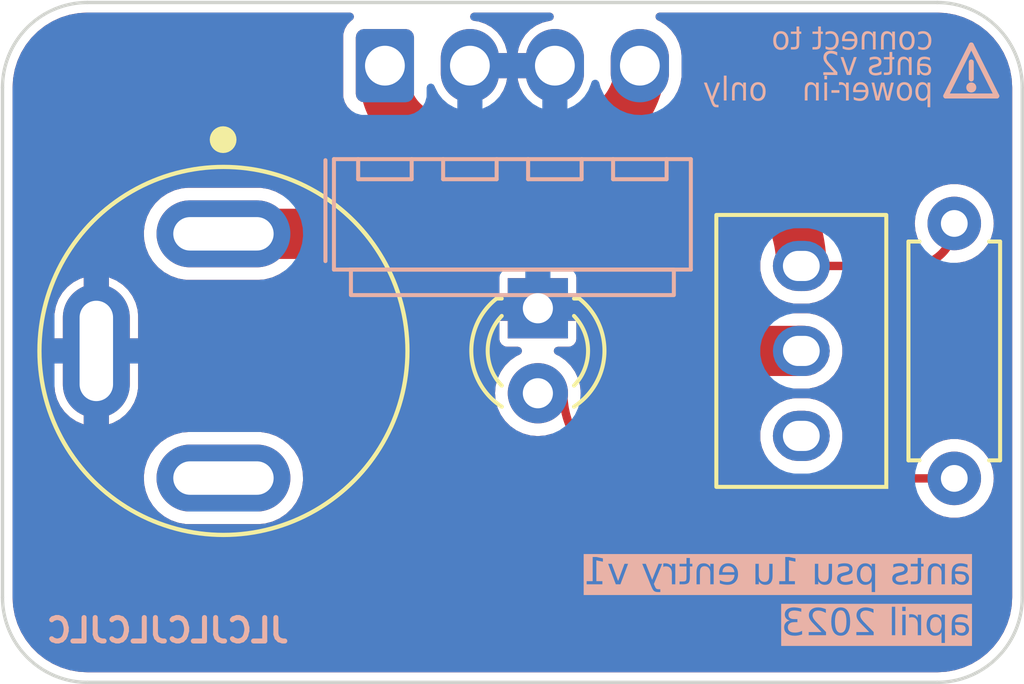
<source format=kicad_pcb>
(kicad_pcb (version 20221018) (generator pcbnew)
  (layers (0 "F.Cu" signal) (31 "B.Cu" signal) (34 "B.Paste" user) (35 "F.Paste" user) (36 "B.SilkS" user "B.Silkscreen") (37 "F.SilkS" user "F.Silkscreen") (38 "B.Mask" user) (39 "F.Mask" user) (44 "Edge.Cuts" user))
  (net 0 "")
  (net 1 "VDC")
  (net 2 "Earth")
  (net 4 "Net-(D1-A)")
  (net 5 "Net-(SW1-B)")
  (footprint "Resistor_THT:R_Axial_DIN0207_L6.3mm_D2.5mm_P7.62mm_Horizontal" (layer "F.Cu") (at 130.048 72.644 -90)
    (fp_text reference "R1" hide)
    (fp_text value "9k")
    (fp_line (start 0.54 -1.37) (end 7.08 -1.37) (stroke (width 0.12)) (layer "F.SilkS"))
    (fp_line (start 0.54 -1.04) (end 0.54 -1.37) (stroke (width 0.12)) (layer "F.SilkS"))
    (fp_line (start 0.54 1.04) (end 0.54 1.37) (stroke (width 0.12)) (layer "F.SilkS"))
    (fp_line (start 0.54 1.37) (end 7.08 1.37) (stroke (width 0.12)) (layer "F.SilkS"))
    (fp_line (start 7.08 -1.37) (end 7.08 -1.04) (stroke (width 0.12)) (layer "F.SilkS"))
    (fp_line (start 7.08 1.37) (end 7.08 1.04) (stroke (width 0.12)) (layer "F.SilkS"))
    (pad "1" thru_hole circle (at 0 0 270) (size 1.6 1.6) (drill 0.8) (layers "*.Cu" "*.Mask") (net 1 "VDC"))
    (pad "2" thru_hole oval (at 7.62 0 270) (size 1.6 1.6) (drill 0.8) (layers "*.Cu" "*.Mask") (net 4 "Net-(D1-A)"))
  )
  (footprint "Pale Slim Ghost:Sub Mini Toggle Switch SPDT" (layer "F.Cu") (at 125.476 76.454 180)
    (fp_text reference "SW1" hide)
    (fp_text value "SW_SPDT")
    (fp_rect (start -2.54 -4.064) (end 2.54 4.064) (stroke (width 0.12)) (fill none) (layer "F.SilkS"))
    (pad "1" thru_hole roundrect (at 0 2.54 180) (size 1.7 1.5) (drill oval 1.1 0.9) (layers "*.Cu" "*.Mask") (roundrect_rratio 0.5) (net 1 "VDC"))
    (pad "2" thru_hole roundrect (at 0 0 180) (size 1.7 1.5) (drill oval 1.1 0.9) (layers "*.Cu" "*.Mask") (roundrect_rratio 0.5) (net 5 "Net-(SW1-B)"))
    (pad "3" thru_hole roundrect (at 0 -2.54 180) (size 1.7 1.5) (drill oval 1.1 0.9) (layers "*.Cu" "*.Mask") (roundrect_rratio 0.5))
  )
  (footprint "LED_THT:LED_D3.0mm" (layer "F.Cu") (at 117.602 75.179 -90)
    (fp_text reference "D1" hide)
    (fp_text value "TLLR4401")
    (fp_line (start -0.29 -1.236) (end -0.29 -1.08) (stroke (width 0.12)) (layer "F.SilkS"))
    (fp_line (start -0.29 1.08) (end -0.29 1.236) (stroke (width 0.12)) (layer "F.SilkS"))
    (fp_arc (start -0.29 -1.235516) (mid 1.366487 -1.987659) (end 2.942335 -1.078608) (stroke (width 0.12)) (layer "F.SilkS"))
    (fp_arc (start 0.229039 -1.08) (mid 1.270117 -1.5) (end 2.31113 -1.079837) (stroke (width 0.12)) (layer "F.SilkS"))
    (fp_arc (start 2.31113 1.079837) (mid 1.270117 1.5) (end 0.229039 1.08) (stroke (width 0.12)) (layer "F.SilkS"))
    (fp_arc (start 2.942335 1.078608) (mid 1.366487 1.987659) (end -0.29 1.235516) (stroke (width 0.12)) (layer "F.SilkS"))
    (pad "1" thru_hole rect (at 0 0 270) (size 1.8 1.8) (drill 0.9) (layers "*.Cu" "*.Mask") (net 2 "Earth"))
    (pad "2" thru_hole circle (at 2.54 0 270) (size 1.8 1.8) (drill 0.9) (layers "*.Cu" "*.Mask") (net 4 "Net-(D1-A)"))
  )
  (footprint "Pale Slim Ghost:CUI_PJ-064B" (layer "F.Cu") (at 108.204 76.454 -90)
    (fp_text reference "J2" hide)
    (fp_text value "Barrel_Jack_Switch")
    (fp_circle (center -6.315 0.01) (end -6.115 0.01) (stroke (width 0.4)) (fill none) (layer "F.SilkS"))
    (fp_circle (center 0 0) (end 5.5 0) (stroke (width 0.127)) (fill none) (layer "F.SilkS"))
    (pad "1" thru_hole oval (at -3.5 0 270) (size 2 4) (drill oval 1 3) (layers "*.Cu" "*.Mask") (net 5 "Net-(SW1-B)"))
    (pad "2" thru_hole oval (at 0 3.8 270) (size 4 2) (drill oval 3 1) (layers "*.Cu" "*.Mask") (net 2 "Earth"))
    (pad "3" thru_hole oval (at 3.8 0 270) (size 2 4) (drill oval 1 3) (layers "*.Cu" "*.Mask"))
  )
  (footprint "Pale Slim Ghost:Molex_KK-254_AE-6410-04A_1x04_P2.54mm_Horizontal" (layer "B.Cu") (at 116.84 69.9595)
    (fp_text reference "J1" hide)
    (fp_text value "Conn_01x04" hide)
    (fp_line (start -5.588 3.81) (end -5.588 0.794) (stroke (width 0.12)) (layer "B.SilkS"))
    (fp_line (start -5.334 0.762) (end 5.334 0.762) (stroke (width 0.12)) (layer "B.SilkS"))
    (fp_line (start -5.334 4.064) (end -5.334 0.762) (stroke (width 0.12)) (layer "B.SilkS"))
    (fp_line (start -4.61 1.362) (end -4.61 0.762) (stroke (width 0.12)) (layer "B.SilkS"))
    (fp_line (start -3.01 0.762) (end -3.01 1.362) (stroke (width 0.12)) (layer "B.SilkS"))
    (fp_line (start -3.01 1.362) (end -4.61 1.362) (stroke (width 0.12)) (layer "B.SilkS"))
    (fp_line (start -2.07 1.362) (end -2.07 0.762) (stroke (width 0.12)) (layer "B.SilkS"))
    (fp_line (start -0.47 0.762) (end -0.47 1.362) (stroke (width 0.12)) (layer "B.SilkS"))
    (fp_line (start -0.47 1.362) (end -2.07 1.362) (stroke (width 0.12)) (layer "B.SilkS"))
    (fp_line (start 0.47 1.362) (end 0.47 0.762) (stroke (width 0.12)) (layer "B.SilkS"))
    (fp_line (start 2.07 0.762) (end 2.07 1.362) (stroke (width 0.12)) (layer "B.SilkS"))
    (fp_line (start 2.07 1.362) (end 0.47 1.362) (stroke (width 0.12)) (layer "B.SilkS"))
    (fp_line (start 3.01 1.362) (end 3.01 0.762) (stroke (width 0.12)) (layer "B.SilkS"))
    (fp_line (start 4.61 0.762) (end 4.61 1.362) (stroke (width 0.12)) (layer "B.SilkS"))
    (fp_line (start 4.61 1.362) (end 3.01 1.362) (stroke (width 0.12)) (layer "B.SilkS"))
    (fp_line (start 5.334 0.762) (end 5.334 4.064) (stroke (width 0.12)) (layer "B.SilkS"))
    (fp_line (start 5.334 4.064) (end -5.334 4.064) (stroke (width 0.12)) (layer "B.SilkS"))
    (fp_rect (start -4.826 4.064) (end 4.826 4.826) (stroke (width 0.12)) (fill none) (layer "B.SilkS"))
    (pad "1" thru_hole roundrect (at -3.81 -2.032) (size 1.74 2.19) (drill 1.19) (layers "*.Cu" "*.Mask") (roundrect_rratio 0.143678) (net 1 "VDC"))
    (pad "2" thru_hole oval (at -1.27 -2.032) (size 1.74 2.19) (drill 1.19) (layers "*.Cu" "*.Mask") (net 2 "Earth"))
    (pad "3" thru_hole oval (at 1.27 -2.032) (size 1.74 2.19) (drill 1.19) (layers "*.Cu" "*.Mask") (net 2 "Earth"))
    (pad "4" thru_hole oval (at 3.81 -2.032) (size 1.74 2.19) (drill 1.19) (layers "*.Cu" "*.Mask") (net 1 "VDC"))
  )
  (gr_line (start 131.318 68.834) (end 129.794 68.834) (stroke (width 0.15)) (layer "B.SilkS"))
  (gr_line (start 130.556 67.818) (end 130.556 68.326) (stroke (width 0.15)) (layer "B.SilkS"))
  (gr_line (start 130.556 67.31) (end 131.318 68.834) (stroke (width 0.15)) (layer "B.SilkS"))
  (gr_circle (center 130.556 68.58) (end 130.556 68.58) (stroke (width 0.15)) (fill none) (layer "B.SilkS"))
  (gr_line (start 129.794 68.834) (end 130.556 67.31) (stroke (width 0.15)) (layer "B.SilkS"))
  (gr_arc (start 104.14 86.36) (mid 102.343949 85.616051) (end 101.6 83.82) (stroke (width 0.1)) (layer "Edge.Cuts"))
  (gr_arc (start 129.54 66.04) (mid 131.336051 66.783949) (end 132.08 68.58) (stroke (width 0.1)) (layer "Edge.Cuts"))
  (gr_arc (start 132.08 83.82) (mid 131.336051 85.616051) (end 129.54 86.36) (stroke (width 0.1)) (layer "Edge.Cuts"))
  (gr_line (start 101.6 83.82) (end 101.6 68.58) (stroke (width 0.1)) (layer "Edge.Cuts"))
  (gr_arc (start 101.6 68.58) (mid 102.343949 66.783949) (end 104.14 66.04) (stroke (width 0.1)) (layer "Edge.Cuts"))
  (gr_line (start 104.14 66.04) (end 129.54 66.04) (stroke (width 0.1)) (layer "Edge.Cuts"))
  (gr_line (start 132.08 68.58) (end 132.08 83.82) (stroke (width 0.1)) (layer "Edge.Cuts"))
  (gr_line (start 129.54 86.36) (end 104.14 86.36) (stroke (width 0.1)) (layer "Edge.Cuts"))
  (gr_text "JLCJLCJLCJLC" (at 110.236 85.217) (layer "B.SilkS") (effects (font (size 0.7 0.7)) (justify left bottom mirror)))
  (gr_text "only" (at 124.46 69.088) (layer "B.SilkS") (effects (font (size 0.7 0.65)) (justify left bottom mirror)))
  (gr_text "april 2023" (at 130.556 85.087113) (layer "B.SilkS" knockout) (effects (font (size 0.8 0.8)) (justify left bottom mirror)))
  (gr_text "power-in" (at 129.413 69.088) (layer "B.SilkS") (effects (font (size 0.7 0.65)) (justify left bottom mirror)))
  (gr_text "ants psu 1u entry v1" (at 130.556 83.566) (layer "B.SilkS" knockout) (effects (font (size 0.8 0.8)) (justify left bottom mirror)))
  (gr_text "ants v2" (at 129.413 68.326) (layer "B.SilkS") (effects (font (size 0.7 0.65)) (justify left bottom mirror)))
  (gr_text "connect to" (at 129.413 67.564) (layer "B.SilkS") (effects (font (size 0.7 0.65)) (justify left bottom mirror)))
  (segment (start 114.808 70.104) (end 118.4735 70.104) (width 1.5) (layer "F.Cu") (net 1))
  (segment (start 113.03 67.9275) (end 113.03 68.326) (width 1.5) (layer "F.Cu") (net 1))
  (segment (start 125.476 73.914) (end 128.778 73.914) (width 0.25) (layer "F.Cu") (net 1))
  (segment (start 118.4735 70.104) (end 121.666 70.104) (width 1.5) (layer "F.Cu") (net 1))
  (arc (start 128.778 73.914) (mid 129.676026 73.542026) (end 130.048 72.644) (width 0.25) (layer "F.Cu") (net 1))
  (arc (start 118.4735 70.104) (mid 120.012518 69.466518) (end 120.65 67.9275) (width 1.5) (layer "F.Cu") (net 1))
  (arc (start 121.666 70.104) (mid 124.360077 71.219923) (end 125.476 73.914) (width 1.5) (layer "F.Cu") (net 1))
  (arc (start 113.03 68.326) (mid 113.550764 69.583236) (end 114.808 70.104) (width 1.5) (layer "F.Cu") (net 1))
  (segment (start 130.048 80.264) (end 120.909 80.264) (width 0.25) (layer "F.Cu") (net 4))
  (arc (start 120.909 80.264) (mid 119.109413 79.518587) (end 118.364 77.719) (width 0.25) (layer "F.Cu") (net 4))
  (segment (start 108.204 72.954) (end 120.020445 72.954) (width 1.5) (layer "F.Cu") (net 5))
  (segment (start 123.520445 76.454) (end 125.476 76.454) (width 1.5) (layer "F.Cu") (net 5))
  (arc (start 121.92 74.853555) (mid 122.388759 75.985241) (end 123.520445 76.454) (width 1.5) (layer "F.Cu") (net 5))
  (arc (start 120.020445 72.954) (mid 121.363633 73.510367) (end 121.92 74.853555) (width 1.5) (layer "F.Cu") (net 5))
  (zone (net 2) (net_name "Earth") (layers "F&B.Cu") (connect_pads (clearance 0.376)) (min_thickness 0.25) (fill yes (thermal_gap 0.25) (thermal_bridge_width 0.75))
    (polygon (pts (xy 101.6 66.04) (xy 132.08 66.04) (xy 132.08 86.36) (xy 101.6 86.36)))
  )
)
</source>
